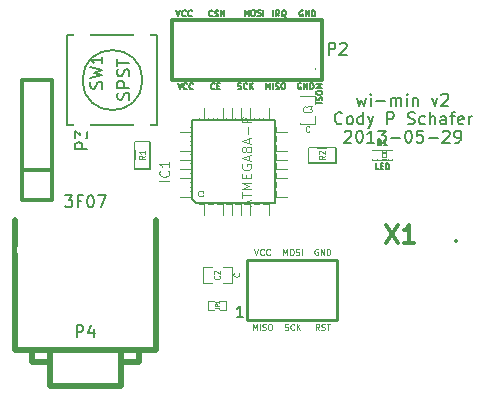
<source format=gto>
G04 (created by PCBNEW (2013-04-19 BZR 4011)-stable) date 6/9/2013 6:15:15 PM*
%MOIN*%
G04 Gerber Fmt 3.4, Leading zero omitted, Abs format*
%FSLAX34Y34*%
G01*
G70*
G90*
G04 APERTURE LIST*
%ADD10C,0.006*%
%ADD11C,0.005*%
%ADD12C,0.00787402*%
%ADD13C,0.012*%
%ADD14C,0.0026*%
%ADD15C,0.01*%
%ADD16C,0.004*%
%ADD17C,0.0047*%
%ADD18C,0.0028*%
%ADD19C,0.007*%
%ADD20C,4.72441e-006*%
%ADD21C,0.02*%
%ADD22C,0.00590551*%
%ADD23C,0.008*%
%ADD24C,0.003*%
%ADD25C,0.0045*%
%ADD26C,0.0035*%
%ADD27R,0.055X0.055*%
%ADD28C,0.055*%
%ADD29R,0.06X0.06*%
%ADD30C,0.06*%
%ADD31R,0.045X0.025*%
%ADD32R,0.025X0.045*%
%ADD33R,0.0314X0.0314*%
%ADD34R,0.099X0.04*%
%ADD35R,0.24X0.099*%
%ADD36R,0.0157X0.0236*%
%ADD37R,0.022X0.05*%
%ADD38R,0.05X0.022*%
%ADD39C,0.0314961*%
G04 APERTURE END LIST*
G54D10*
G54D11*
X76633Y-38180D02*
X76700Y-38380D01*
X76766Y-38180D01*
X76947Y-38361D02*
X76938Y-38371D01*
X76909Y-38380D01*
X76890Y-38380D01*
X76861Y-38371D01*
X76842Y-38352D01*
X76833Y-38333D01*
X76823Y-38295D01*
X76823Y-38266D01*
X76833Y-38228D01*
X76842Y-38209D01*
X76861Y-38190D01*
X76890Y-38180D01*
X76909Y-38180D01*
X76938Y-38190D01*
X76947Y-38200D01*
X77147Y-38361D02*
X77138Y-38371D01*
X77109Y-38380D01*
X77090Y-38380D01*
X77061Y-38371D01*
X77042Y-38352D01*
X77033Y-38333D01*
X77023Y-38295D01*
X77023Y-38266D01*
X77033Y-38228D01*
X77042Y-38209D01*
X77061Y-38190D01*
X77090Y-38180D01*
X77109Y-38180D01*
X77138Y-38190D01*
X77147Y-38200D01*
X80847Y-38190D02*
X80828Y-38180D01*
X80800Y-38180D01*
X80771Y-38190D01*
X80752Y-38209D01*
X80742Y-38228D01*
X80733Y-38266D01*
X80733Y-38295D01*
X80742Y-38333D01*
X80752Y-38352D01*
X80771Y-38371D01*
X80800Y-38380D01*
X80819Y-38380D01*
X80847Y-38371D01*
X80857Y-38361D01*
X80857Y-38295D01*
X80819Y-38295D01*
X80942Y-38380D02*
X80942Y-38180D01*
X81057Y-38380D01*
X81057Y-38180D01*
X81152Y-38380D02*
X81152Y-38180D01*
X81200Y-38180D01*
X81228Y-38190D01*
X81247Y-38209D01*
X81257Y-38228D01*
X81266Y-38266D01*
X81266Y-38295D01*
X81257Y-38333D01*
X81247Y-38352D01*
X81228Y-38371D01*
X81200Y-38380D01*
X81152Y-38380D01*
X79855Y-38380D02*
X79855Y-38180D01*
X80064Y-38380D02*
X79998Y-38285D01*
X79950Y-38380D02*
X79950Y-38180D01*
X80026Y-38180D01*
X80045Y-38190D01*
X80055Y-38200D01*
X80064Y-38219D01*
X80064Y-38247D01*
X80055Y-38266D01*
X80045Y-38276D01*
X80026Y-38285D01*
X79950Y-38285D01*
X80283Y-38400D02*
X80264Y-38390D01*
X80245Y-38371D01*
X80217Y-38342D01*
X80198Y-38333D01*
X80179Y-38333D01*
X80188Y-38380D02*
X80169Y-38371D01*
X80150Y-38352D01*
X80140Y-38314D01*
X80140Y-38247D01*
X80150Y-38209D01*
X80169Y-38190D01*
X80188Y-38180D01*
X80226Y-38180D01*
X80245Y-38190D01*
X80264Y-38209D01*
X80274Y-38247D01*
X80274Y-38314D01*
X80264Y-38352D01*
X80245Y-38371D01*
X80226Y-38380D01*
X80188Y-38380D01*
X78905Y-38360D02*
X78905Y-38160D01*
X78972Y-38303D01*
X79039Y-38160D01*
X79039Y-38360D01*
X79172Y-38160D02*
X79210Y-38160D01*
X79229Y-38170D01*
X79248Y-38189D01*
X79258Y-38227D01*
X79258Y-38294D01*
X79248Y-38332D01*
X79229Y-38351D01*
X79210Y-38360D01*
X79172Y-38360D01*
X79153Y-38351D01*
X79134Y-38332D01*
X79124Y-38294D01*
X79124Y-38227D01*
X79134Y-38189D01*
X79153Y-38170D01*
X79172Y-38160D01*
X79334Y-38351D02*
X79362Y-38360D01*
X79410Y-38360D01*
X79429Y-38351D01*
X79439Y-38341D01*
X79448Y-38322D01*
X79448Y-38303D01*
X79439Y-38284D01*
X79429Y-38275D01*
X79410Y-38265D01*
X79372Y-38256D01*
X79353Y-38246D01*
X79343Y-38237D01*
X79334Y-38218D01*
X79334Y-38199D01*
X79343Y-38180D01*
X79353Y-38170D01*
X79372Y-38160D01*
X79419Y-38160D01*
X79448Y-38170D01*
X79534Y-38360D02*
X79534Y-38160D01*
G54D12*
X86000Y-45875D02*
G75*
G03X86000Y-45875I-50J0D01*
G74*
G01*
G54D11*
X82646Y-41095D02*
X82722Y-41361D01*
X82799Y-41171D01*
X82875Y-41361D01*
X82951Y-41095D01*
X83103Y-41361D02*
X83103Y-41095D01*
X83103Y-40961D02*
X83084Y-40980D01*
X83103Y-41000D01*
X83122Y-40980D01*
X83103Y-40961D01*
X83103Y-41000D01*
X83294Y-41209D02*
X83599Y-41209D01*
X83789Y-41361D02*
X83789Y-41095D01*
X83789Y-41133D02*
X83808Y-41114D01*
X83846Y-41095D01*
X83903Y-41095D01*
X83941Y-41114D01*
X83960Y-41152D01*
X83960Y-41361D01*
X83960Y-41152D02*
X83980Y-41114D01*
X84018Y-41095D01*
X84075Y-41095D01*
X84113Y-41114D01*
X84132Y-41152D01*
X84132Y-41361D01*
X84322Y-41361D02*
X84322Y-41095D01*
X84322Y-40961D02*
X84303Y-40980D01*
X84322Y-41000D01*
X84341Y-40980D01*
X84322Y-40961D01*
X84322Y-41000D01*
X84513Y-41095D02*
X84513Y-41361D01*
X84513Y-41133D02*
X84532Y-41114D01*
X84570Y-41095D01*
X84627Y-41095D01*
X84665Y-41114D01*
X84684Y-41152D01*
X84684Y-41361D01*
X85141Y-41095D02*
X85237Y-41361D01*
X85332Y-41095D01*
X85465Y-41000D02*
X85484Y-40980D01*
X85522Y-40961D01*
X85618Y-40961D01*
X85656Y-40980D01*
X85675Y-41000D01*
X85694Y-41038D01*
X85694Y-41076D01*
X85675Y-41133D01*
X85446Y-41361D01*
X85694Y-41361D01*
X82151Y-41933D02*
X82132Y-41952D01*
X82075Y-41971D01*
X82037Y-41971D01*
X81980Y-41952D01*
X81941Y-41914D01*
X81922Y-41876D01*
X81903Y-41800D01*
X81903Y-41743D01*
X81922Y-41667D01*
X81941Y-41629D01*
X81980Y-41590D01*
X82037Y-41571D01*
X82075Y-41571D01*
X82132Y-41590D01*
X82151Y-41610D01*
X82380Y-41971D02*
X82341Y-41952D01*
X82322Y-41933D01*
X82303Y-41895D01*
X82303Y-41781D01*
X82322Y-41743D01*
X82341Y-41724D01*
X82380Y-41705D01*
X82437Y-41705D01*
X82475Y-41724D01*
X82494Y-41743D01*
X82513Y-41781D01*
X82513Y-41895D01*
X82494Y-41933D01*
X82475Y-41952D01*
X82437Y-41971D01*
X82380Y-41971D01*
X82856Y-41971D02*
X82856Y-41571D01*
X82856Y-41952D02*
X82818Y-41971D01*
X82741Y-41971D01*
X82703Y-41952D01*
X82684Y-41933D01*
X82665Y-41895D01*
X82665Y-41781D01*
X82684Y-41743D01*
X82703Y-41724D01*
X82741Y-41705D01*
X82818Y-41705D01*
X82856Y-41724D01*
X83008Y-41705D02*
X83103Y-41971D01*
X83199Y-41705D02*
X83103Y-41971D01*
X83065Y-42067D01*
X83046Y-42086D01*
X83008Y-42105D01*
X83656Y-41971D02*
X83656Y-41571D01*
X83808Y-41571D01*
X83846Y-41590D01*
X83865Y-41610D01*
X83884Y-41648D01*
X83884Y-41705D01*
X83865Y-41743D01*
X83846Y-41762D01*
X83808Y-41781D01*
X83656Y-41781D01*
X84341Y-41952D02*
X84399Y-41971D01*
X84494Y-41971D01*
X84532Y-41952D01*
X84551Y-41933D01*
X84570Y-41895D01*
X84570Y-41857D01*
X84551Y-41819D01*
X84532Y-41800D01*
X84494Y-41781D01*
X84418Y-41762D01*
X84380Y-41743D01*
X84360Y-41724D01*
X84341Y-41686D01*
X84341Y-41648D01*
X84360Y-41610D01*
X84380Y-41590D01*
X84418Y-41571D01*
X84513Y-41571D01*
X84570Y-41590D01*
X84913Y-41952D02*
X84875Y-41971D01*
X84799Y-41971D01*
X84760Y-41952D01*
X84741Y-41933D01*
X84722Y-41895D01*
X84722Y-41781D01*
X84741Y-41743D01*
X84760Y-41724D01*
X84799Y-41705D01*
X84875Y-41705D01*
X84913Y-41724D01*
X85084Y-41971D02*
X85084Y-41571D01*
X85256Y-41971D02*
X85256Y-41762D01*
X85237Y-41724D01*
X85199Y-41705D01*
X85141Y-41705D01*
X85103Y-41724D01*
X85084Y-41743D01*
X85618Y-41971D02*
X85618Y-41762D01*
X85599Y-41724D01*
X85560Y-41705D01*
X85484Y-41705D01*
X85446Y-41724D01*
X85618Y-41952D02*
X85580Y-41971D01*
X85484Y-41971D01*
X85446Y-41952D01*
X85427Y-41914D01*
X85427Y-41876D01*
X85446Y-41838D01*
X85484Y-41819D01*
X85580Y-41819D01*
X85618Y-41800D01*
X85751Y-41705D02*
X85903Y-41705D01*
X85808Y-41971D02*
X85808Y-41629D01*
X85827Y-41590D01*
X85865Y-41571D01*
X85903Y-41571D01*
X86189Y-41952D02*
X86151Y-41971D01*
X86075Y-41971D01*
X86037Y-41952D01*
X86018Y-41914D01*
X86018Y-41762D01*
X86037Y-41724D01*
X86075Y-41705D01*
X86151Y-41705D01*
X86189Y-41724D01*
X86208Y-41762D01*
X86208Y-41800D01*
X86018Y-41838D01*
X86380Y-41971D02*
X86380Y-41705D01*
X86380Y-41781D02*
X86399Y-41743D01*
X86418Y-41724D01*
X86456Y-41705D01*
X86494Y-41705D01*
X82237Y-42220D02*
X82256Y-42200D01*
X82294Y-42181D01*
X82389Y-42181D01*
X82427Y-42200D01*
X82446Y-42220D01*
X82465Y-42258D01*
X82465Y-42296D01*
X82446Y-42353D01*
X82218Y-42581D01*
X82465Y-42581D01*
X82713Y-42181D02*
X82751Y-42181D01*
X82789Y-42200D01*
X82808Y-42220D01*
X82827Y-42258D01*
X82846Y-42334D01*
X82846Y-42429D01*
X82827Y-42505D01*
X82808Y-42543D01*
X82789Y-42562D01*
X82751Y-42581D01*
X82713Y-42581D01*
X82675Y-42562D01*
X82656Y-42543D01*
X82637Y-42505D01*
X82618Y-42429D01*
X82618Y-42334D01*
X82637Y-42258D01*
X82656Y-42220D01*
X82675Y-42200D01*
X82713Y-42181D01*
X83227Y-42581D02*
X82999Y-42581D01*
X83113Y-42581D02*
X83113Y-42181D01*
X83075Y-42239D01*
X83037Y-42277D01*
X82999Y-42296D01*
X83360Y-42181D02*
X83608Y-42181D01*
X83475Y-42334D01*
X83532Y-42334D01*
X83570Y-42353D01*
X83589Y-42372D01*
X83608Y-42410D01*
X83608Y-42505D01*
X83589Y-42543D01*
X83570Y-42562D01*
X83532Y-42581D01*
X83418Y-42581D01*
X83380Y-42562D01*
X83360Y-42543D01*
X83780Y-42429D02*
X84084Y-42429D01*
X84351Y-42181D02*
X84389Y-42181D01*
X84427Y-42200D01*
X84446Y-42220D01*
X84465Y-42258D01*
X84484Y-42334D01*
X84484Y-42429D01*
X84465Y-42505D01*
X84446Y-42543D01*
X84427Y-42562D01*
X84389Y-42581D01*
X84351Y-42581D01*
X84313Y-42562D01*
X84294Y-42543D01*
X84275Y-42505D01*
X84256Y-42429D01*
X84256Y-42334D01*
X84275Y-42258D01*
X84294Y-42220D01*
X84313Y-42200D01*
X84351Y-42181D01*
X84846Y-42181D02*
X84656Y-42181D01*
X84637Y-42372D01*
X84656Y-42353D01*
X84694Y-42334D01*
X84789Y-42334D01*
X84827Y-42353D01*
X84846Y-42372D01*
X84865Y-42410D01*
X84865Y-42505D01*
X84846Y-42543D01*
X84827Y-42562D01*
X84789Y-42581D01*
X84694Y-42581D01*
X84656Y-42562D01*
X84637Y-42543D01*
X85037Y-42429D02*
X85341Y-42429D01*
X85513Y-42220D02*
X85532Y-42200D01*
X85570Y-42181D01*
X85665Y-42181D01*
X85703Y-42200D01*
X85722Y-42220D01*
X85741Y-42258D01*
X85741Y-42296D01*
X85722Y-42353D01*
X85494Y-42581D01*
X85741Y-42581D01*
X85932Y-42581D02*
X86008Y-42581D01*
X86046Y-42562D01*
X86065Y-42543D01*
X86103Y-42486D01*
X86122Y-42410D01*
X86122Y-42258D01*
X86103Y-42220D01*
X86084Y-42200D01*
X86046Y-42181D01*
X85970Y-42181D01*
X85932Y-42200D01*
X85913Y-42220D01*
X85894Y-42258D01*
X85894Y-42353D01*
X85913Y-42391D01*
X85932Y-42410D01*
X85970Y-42429D01*
X86046Y-42429D01*
X86084Y-42410D01*
X86103Y-42391D01*
X86122Y-42353D01*
X77841Y-38361D02*
X77832Y-38371D01*
X77803Y-38380D01*
X77784Y-38380D01*
X77756Y-38371D01*
X77737Y-38352D01*
X77727Y-38333D01*
X77718Y-38295D01*
X77718Y-38266D01*
X77727Y-38228D01*
X77737Y-38209D01*
X77756Y-38190D01*
X77784Y-38180D01*
X77803Y-38180D01*
X77832Y-38190D01*
X77841Y-38200D01*
X77918Y-38371D02*
X77946Y-38380D01*
X77994Y-38380D01*
X78013Y-38371D01*
X78022Y-38361D01*
X78032Y-38342D01*
X78032Y-38323D01*
X78022Y-38304D01*
X78013Y-38295D01*
X77994Y-38285D01*
X77956Y-38276D01*
X77937Y-38266D01*
X77927Y-38257D01*
X77918Y-38238D01*
X77918Y-38219D01*
X77927Y-38200D01*
X77937Y-38190D01*
X77956Y-38180D01*
X78003Y-38180D01*
X78032Y-38190D01*
X78118Y-38380D02*
X78118Y-38180D01*
X78232Y-38380D01*
X78232Y-38180D01*
X81289Y-40635D02*
X81489Y-40635D01*
X81346Y-40702D01*
X81489Y-40769D01*
X81289Y-40769D01*
X81489Y-40902D02*
X81489Y-40940D01*
X81479Y-40959D01*
X81460Y-40978D01*
X81422Y-40988D01*
X81355Y-40988D01*
X81317Y-40978D01*
X81298Y-40959D01*
X81289Y-40940D01*
X81289Y-40902D01*
X81298Y-40883D01*
X81317Y-40864D01*
X81355Y-40854D01*
X81422Y-40854D01*
X81460Y-40864D01*
X81479Y-40883D01*
X81489Y-40902D01*
X81298Y-41064D02*
X81289Y-41092D01*
X81289Y-41140D01*
X81298Y-41159D01*
X81308Y-41169D01*
X81327Y-41178D01*
X81346Y-41178D01*
X81365Y-41169D01*
X81374Y-41159D01*
X81384Y-41140D01*
X81393Y-41102D01*
X81403Y-41083D01*
X81412Y-41073D01*
X81431Y-41064D01*
X81450Y-41064D01*
X81470Y-41073D01*
X81479Y-41083D01*
X81489Y-41102D01*
X81489Y-41149D01*
X81479Y-41178D01*
X81289Y-41264D02*
X81489Y-41264D01*
X78204Y-39919D02*
X78204Y-40119D01*
X77995Y-39919D02*
X78061Y-40014D01*
X78109Y-39919D02*
X78109Y-40119D01*
X78033Y-40119D01*
X78014Y-40109D01*
X78004Y-40100D01*
X77995Y-40080D01*
X77995Y-40052D01*
X78004Y-40033D01*
X78014Y-40023D01*
X78033Y-40014D01*
X78109Y-40014D01*
X77776Y-39900D02*
X77795Y-39909D01*
X77814Y-39928D01*
X77842Y-39957D01*
X77861Y-39966D01*
X77880Y-39966D01*
X77871Y-39919D02*
X77890Y-39928D01*
X77909Y-39947D01*
X77919Y-39985D01*
X77919Y-40052D01*
X77909Y-40090D01*
X77890Y-40109D01*
X77871Y-40119D01*
X77833Y-40119D01*
X77814Y-40109D01*
X77795Y-40090D01*
X77785Y-40052D01*
X77785Y-39985D01*
X77795Y-39947D01*
X77814Y-39928D01*
X77833Y-39919D01*
X77871Y-39919D01*
X77152Y-40109D02*
X77171Y-40119D01*
X77200Y-40119D01*
X77228Y-40109D01*
X77247Y-40090D01*
X77257Y-40071D01*
X77266Y-40033D01*
X77266Y-40004D01*
X77257Y-39966D01*
X77247Y-39947D01*
X77228Y-39928D01*
X77200Y-39919D01*
X77180Y-39919D01*
X77152Y-39928D01*
X77142Y-39938D01*
X77142Y-40004D01*
X77180Y-40004D01*
X77057Y-39919D02*
X77057Y-40119D01*
X76942Y-39919D01*
X76942Y-40119D01*
X76847Y-39919D02*
X76847Y-40119D01*
X76800Y-40119D01*
X76771Y-40109D01*
X76752Y-40090D01*
X76742Y-40071D01*
X76733Y-40033D01*
X76733Y-40004D01*
X76742Y-39966D01*
X76752Y-39947D01*
X76771Y-39928D01*
X76800Y-39919D01*
X76847Y-39919D01*
X80787Y-40610D02*
X80768Y-40600D01*
X80740Y-40600D01*
X80711Y-40610D01*
X80692Y-40629D01*
X80682Y-40648D01*
X80673Y-40686D01*
X80673Y-40715D01*
X80682Y-40753D01*
X80692Y-40772D01*
X80711Y-40791D01*
X80740Y-40800D01*
X80759Y-40800D01*
X80787Y-40791D01*
X80797Y-40781D01*
X80797Y-40715D01*
X80759Y-40715D01*
X80882Y-40800D02*
X80882Y-40600D01*
X80997Y-40800D01*
X80997Y-40600D01*
X81092Y-40800D02*
X81092Y-40600D01*
X81140Y-40600D01*
X81168Y-40610D01*
X81187Y-40629D01*
X81197Y-40648D01*
X81206Y-40686D01*
X81206Y-40715D01*
X81197Y-40753D01*
X81187Y-40772D01*
X81168Y-40791D01*
X81140Y-40800D01*
X81092Y-40800D01*
X79625Y-40800D02*
X79625Y-40600D01*
X79692Y-40743D01*
X79759Y-40600D01*
X79759Y-40800D01*
X79854Y-40800D02*
X79854Y-40600D01*
X79940Y-40791D02*
X79968Y-40800D01*
X80016Y-40800D01*
X80035Y-40791D01*
X80044Y-40781D01*
X80054Y-40762D01*
X80054Y-40743D01*
X80044Y-40724D01*
X80035Y-40715D01*
X80016Y-40705D01*
X79978Y-40696D01*
X79959Y-40686D01*
X79949Y-40677D01*
X79940Y-40658D01*
X79940Y-40639D01*
X79949Y-40620D01*
X79959Y-40610D01*
X79978Y-40600D01*
X80025Y-40600D01*
X80054Y-40610D01*
X80178Y-40600D02*
X80216Y-40600D01*
X80235Y-40610D01*
X80254Y-40629D01*
X80263Y-40667D01*
X80263Y-40734D01*
X80254Y-40772D01*
X80235Y-40791D01*
X80216Y-40800D01*
X80178Y-40800D01*
X80159Y-40791D01*
X80140Y-40772D01*
X80130Y-40734D01*
X80130Y-40667D01*
X80140Y-40629D01*
X80159Y-40610D01*
X80178Y-40600D01*
X77911Y-40781D02*
X77901Y-40791D01*
X77873Y-40800D01*
X77854Y-40800D01*
X77825Y-40791D01*
X77806Y-40772D01*
X77797Y-40753D01*
X77787Y-40715D01*
X77787Y-40686D01*
X77797Y-40648D01*
X77806Y-40629D01*
X77825Y-40610D01*
X77854Y-40600D01*
X77873Y-40600D01*
X77901Y-40610D01*
X77911Y-40620D01*
X77997Y-40696D02*
X78063Y-40696D01*
X78092Y-40800D02*
X77997Y-40800D01*
X77997Y-40600D01*
X78092Y-40600D01*
X78682Y-40791D02*
X78711Y-40800D01*
X78759Y-40800D01*
X78778Y-40791D01*
X78787Y-40781D01*
X78797Y-40762D01*
X78797Y-40743D01*
X78787Y-40724D01*
X78778Y-40715D01*
X78759Y-40705D01*
X78720Y-40696D01*
X78701Y-40686D01*
X78692Y-40677D01*
X78682Y-40658D01*
X78682Y-40639D01*
X78692Y-40620D01*
X78701Y-40610D01*
X78720Y-40600D01*
X78768Y-40600D01*
X78797Y-40610D01*
X78997Y-40781D02*
X78987Y-40791D01*
X78959Y-40800D01*
X78940Y-40800D01*
X78911Y-40791D01*
X78892Y-40772D01*
X78882Y-40753D01*
X78873Y-40715D01*
X78873Y-40686D01*
X78882Y-40648D01*
X78892Y-40629D01*
X78911Y-40610D01*
X78940Y-40600D01*
X78959Y-40600D01*
X78987Y-40610D01*
X78997Y-40620D01*
X79082Y-40800D02*
X79082Y-40600D01*
X79197Y-40800D02*
X79111Y-40686D01*
X79197Y-40600D02*
X79082Y-40715D01*
X76673Y-40600D02*
X76740Y-40800D01*
X76806Y-40600D01*
X76987Y-40781D02*
X76978Y-40791D01*
X76949Y-40800D01*
X76930Y-40800D01*
X76901Y-40791D01*
X76882Y-40772D01*
X76873Y-40753D01*
X76863Y-40715D01*
X76863Y-40686D01*
X76873Y-40648D01*
X76882Y-40629D01*
X76901Y-40610D01*
X76930Y-40600D01*
X76949Y-40600D01*
X76978Y-40610D01*
X76987Y-40620D01*
X77187Y-40781D02*
X77178Y-40791D01*
X77149Y-40800D01*
X77130Y-40800D01*
X77101Y-40791D01*
X77082Y-40772D01*
X77073Y-40753D01*
X77063Y-40715D01*
X77063Y-40686D01*
X77073Y-40648D01*
X77082Y-40629D01*
X77101Y-40610D01*
X77130Y-40600D01*
X77149Y-40600D01*
X77178Y-40610D01*
X77187Y-40620D01*
X81266Y-40119D02*
X81200Y-39919D01*
X81133Y-40119D01*
X80952Y-39938D02*
X80961Y-39928D01*
X80990Y-39919D01*
X81009Y-39919D01*
X81038Y-39928D01*
X81057Y-39947D01*
X81066Y-39966D01*
X81076Y-40004D01*
X81076Y-40033D01*
X81066Y-40071D01*
X81057Y-40090D01*
X81038Y-40109D01*
X81009Y-40119D01*
X80990Y-40119D01*
X80961Y-40109D01*
X80952Y-40100D01*
X80752Y-39938D02*
X80761Y-39928D01*
X80790Y-39919D01*
X80809Y-39919D01*
X80838Y-39928D01*
X80857Y-39947D01*
X80866Y-39966D01*
X80876Y-40004D01*
X80876Y-40033D01*
X80866Y-40071D01*
X80857Y-40090D01*
X80838Y-40109D01*
X80809Y-40119D01*
X80790Y-40119D01*
X80761Y-40109D01*
X80752Y-40100D01*
G54D13*
X71500Y-44500D02*
X71500Y-44500D01*
X72500Y-44500D02*
X71500Y-44500D01*
X71500Y-44500D02*
X71500Y-44500D01*
X71500Y-44500D02*
X71500Y-40500D01*
X71500Y-40500D02*
X72500Y-40500D01*
X72500Y-40500D02*
X72500Y-44500D01*
X72500Y-43500D02*
X71500Y-43500D01*
X76500Y-38500D02*
X81500Y-38500D01*
X81500Y-38500D02*
X81500Y-40500D01*
X81500Y-40500D02*
X76500Y-40500D01*
X76500Y-40500D02*
X76500Y-38500D01*
G54D14*
X79400Y-47100D02*
X79600Y-47100D01*
X79600Y-47100D02*
X79600Y-46900D01*
X79400Y-46900D02*
X79600Y-46900D01*
X79400Y-47100D02*
X79400Y-46900D01*
X80400Y-47100D02*
X80600Y-47100D01*
X80600Y-47100D02*
X80600Y-46900D01*
X80400Y-46900D02*
X80600Y-46900D01*
X80400Y-47100D02*
X80400Y-46900D01*
X80400Y-48100D02*
X80600Y-48100D01*
X80600Y-48100D02*
X80600Y-47900D01*
X80400Y-47900D02*
X80600Y-47900D01*
X80400Y-48100D02*
X80400Y-47900D01*
X81400Y-47100D02*
X81600Y-47100D01*
X81600Y-47100D02*
X81600Y-46900D01*
X81400Y-46900D02*
X81600Y-46900D01*
X81400Y-47100D02*
X81400Y-46900D01*
X81400Y-48100D02*
X81600Y-48100D01*
X81600Y-48100D02*
X81600Y-47900D01*
X81400Y-47900D02*
X81600Y-47900D01*
X81400Y-48100D02*
X81400Y-47900D01*
G54D15*
X79000Y-46500D02*
X82000Y-46500D01*
X82000Y-46500D02*
X82000Y-48500D01*
X82000Y-48500D02*
X79000Y-48500D01*
X79000Y-48500D02*
X79000Y-46500D01*
G54D11*
X75750Y-42550D02*
X75750Y-43450D01*
X75750Y-43450D02*
X75250Y-43450D01*
X75250Y-43450D02*
X75250Y-42550D01*
X75250Y-42550D02*
X75750Y-42550D01*
X75500Y-40500D02*
G75*
G03X75500Y-40500I-1000J0D01*
G74*
G01*
X73000Y-42000D02*
X73000Y-39000D01*
X73000Y-39000D02*
X76000Y-39000D01*
X76000Y-39000D02*
X76000Y-42000D01*
X73000Y-42000D02*
X76000Y-42000D01*
X81050Y-42750D02*
X81950Y-42750D01*
X81950Y-42750D02*
X81950Y-43250D01*
X81950Y-43250D02*
X81050Y-43250D01*
X81050Y-43250D02*
X81050Y-42750D01*
G54D14*
X83677Y-42823D02*
X83677Y-43177D01*
X83677Y-43177D02*
X83834Y-43177D01*
X83834Y-42823D02*
X83834Y-43177D01*
X83677Y-42823D02*
X83834Y-42823D01*
X83166Y-42823D02*
X83166Y-43177D01*
X83166Y-43177D02*
X83323Y-43177D01*
X83323Y-42823D02*
X83323Y-43177D01*
X83166Y-42823D02*
X83323Y-42823D01*
X83500Y-42823D02*
X83500Y-42882D01*
X83500Y-42882D02*
X83618Y-42882D01*
X83618Y-42823D02*
X83618Y-42882D01*
X83500Y-42823D02*
X83618Y-42823D01*
X83500Y-43118D02*
X83500Y-43177D01*
X83500Y-43177D02*
X83618Y-43177D01*
X83618Y-43118D02*
X83618Y-43177D01*
X83500Y-43118D02*
X83618Y-43118D01*
X83500Y-42941D02*
X83500Y-43059D01*
X83500Y-43059D02*
X83618Y-43059D01*
X83618Y-42941D02*
X83618Y-43059D01*
X83500Y-42941D02*
X83618Y-42941D01*
G54D16*
X83677Y-42843D02*
X83323Y-42843D01*
X83677Y-43157D02*
X83323Y-43157D01*
G54D17*
X77803Y-46744D02*
X77528Y-46744D01*
X78197Y-46744D02*
X78472Y-46744D01*
X77803Y-47256D02*
X77528Y-47256D01*
X78472Y-47256D02*
X78197Y-47256D01*
X77528Y-47250D02*
X77528Y-46750D01*
X78472Y-46750D02*
X78472Y-47250D01*
X81256Y-41303D02*
X81256Y-41028D01*
X81256Y-41697D02*
X81256Y-41972D01*
X80744Y-41303D02*
X80744Y-41028D01*
X80744Y-41972D02*
X80744Y-41697D01*
X80750Y-41028D02*
X81250Y-41028D01*
X81250Y-41972D02*
X80750Y-41972D01*
G54D18*
X77900Y-47850D02*
X77700Y-47850D01*
X77700Y-47850D02*
X77700Y-48150D01*
X77700Y-48150D02*
X77900Y-48150D01*
X78100Y-47850D02*
X78300Y-47850D01*
X78300Y-47850D02*
X78300Y-48150D01*
X78300Y-48150D02*
X78100Y-48150D01*
G54D14*
X78480Y-41820D02*
X78480Y-41430D01*
X78480Y-41430D02*
X78300Y-41430D01*
X78300Y-41820D02*
X78300Y-41430D01*
X78480Y-41820D02*
X78300Y-41820D01*
X78780Y-41820D02*
X78780Y-41430D01*
X78780Y-41430D02*
X78600Y-41430D01*
X78600Y-41820D02*
X78600Y-41430D01*
X78780Y-41820D02*
X78600Y-41820D01*
X78170Y-41820D02*
X78170Y-41430D01*
X78170Y-41430D02*
X77990Y-41430D01*
X77990Y-41820D02*
X77990Y-41430D01*
X78170Y-41820D02*
X77990Y-41820D01*
X77860Y-41820D02*
X77860Y-41430D01*
X77860Y-41430D02*
X77681Y-41430D01*
X77681Y-41820D02*
X77681Y-41430D01*
X77860Y-41820D02*
X77681Y-41820D01*
X77550Y-41820D02*
X77550Y-41430D01*
X77550Y-41430D02*
X77370Y-41430D01*
X77370Y-41820D02*
X77370Y-41430D01*
X77550Y-41820D02*
X77370Y-41820D01*
X79090Y-41820D02*
X79090Y-41430D01*
X79090Y-41430D02*
X78910Y-41430D01*
X78910Y-41820D02*
X78910Y-41430D01*
X79090Y-41820D02*
X78910Y-41820D01*
X79399Y-41820D02*
X79399Y-41430D01*
X79399Y-41430D02*
X79220Y-41430D01*
X79220Y-41820D02*
X79220Y-41430D01*
X79399Y-41820D02*
X79220Y-41820D01*
X79710Y-41820D02*
X79710Y-41430D01*
X79710Y-41430D02*
X79530Y-41430D01*
X79530Y-41820D02*
X79530Y-41430D01*
X79710Y-41820D02*
X79530Y-41820D01*
X80330Y-43160D02*
X80330Y-42980D01*
X80330Y-42980D02*
X79940Y-42980D01*
X79940Y-43160D02*
X79940Y-42980D01*
X80330Y-43160D02*
X79940Y-43160D01*
X80330Y-43460D02*
X80330Y-43280D01*
X80330Y-43280D02*
X79940Y-43280D01*
X79940Y-43460D02*
X79940Y-43280D01*
X80330Y-43460D02*
X79940Y-43460D01*
X80330Y-42850D02*
X80330Y-42670D01*
X80330Y-42670D02*
X79940Y-42670D01*
X79940Y-42850D02*
X79940Y-42670D01*
X80330Y-42850D02*
X79940Y-42850D01*
X80330Y-42540D02*
X80330Y-42361D01*
X80330Y-42361D02*
X79940Y-42361D01*
X79940Y-42540D02*
X79940Y-42361D01*
X80330Y-42540D02*
X79940Y-42540D01*
X80330Y-42230D02*
X80330Y-42050D01*
X80330Y-42050D02*
X79940Y-42050D01*
X79940Y-42230D02*
X79940Y-42050D01*
X80330Y-42230D02*
X79940Y-42230D01*
X80330Y-43770D02*
X80330Y-43590D01*
X80330Y-43590D02*
X79940Y-43590D01*
X79940Y-43770D02*
X79940Y-43590D01*
X80330Y-43770D02*
X79940Y-43770D01*
X80330Y-44079D02*
X80330Y-43900D01*
X80330Y-43900D02*
X79940Y-43900D01*
X79940Y-44079D02*
X79940Y-43900D01*
X80330Y-44079D02*
X79940Y-44079D01*
X80330Y-44390D02*
X80330Y-44210D01*
X80330Y-44210D02*
X79940Y-44210D01*
X79940Y-44390D02*
X79940Y-44210D01*
X80330Y-44390D02*
X79940Y-44390D01*
X78780Y-45010D02*
X78780Y-44620D01*
X78780Y-44620D02*
X78600Y-44620D01*
X78600Y-45010D02*
X78600Y-44620D01*
X78780Y-45010D02*
X78600Y-45010D01*
X78480Y-45010D02*
X78480Y-44620D01*
X78480Y-44620D02*
X78300Y-44620D01*
X78300Y-45010D02*
X78300Y-44620D01*
X78480Y-45010D02*
X78300Y-45010D01*
X79090Y-45010D02*
X79090Y-44620D01*
X79090Y-44620D02*
X78910Y-44620D01*
X78910Y-45010D02*
X78910Y-44620D01*
X79090Y-45010D02*
X78910Y-45010D01*
X79399Y-45010D02*
X79399Y-44620D01*
X79399Y-44620D02*
X79220Y-44620D01*
X79220Y-45010D02*
X79220Y-44620D01*
X79399Y-45010D02*
X79220Y-45010D01*
X79710Y-45010D02*
X79710Y-44620D01*
X79710Y-44620D02*
X79530Y-44620D01*
X79530Y-45010D02*
X79530Y-44620D01*
X79710Y-45010D02*
X79530Y-45010D01*
X78170Y-45010D02*
X78170Y-44620D01*
X78170Y-44620D02*
X77990Y-44620D01*
X77990Y-45010D02*
X77990Y-44620D01*
X78170Y-45010D02*
X77990Y-45010D01*
X77860Y-45010D02*
X77860Y-44620D01*
X77860Y-44620D02*
X77681Y-44620D01*
X77681Y-45010D02*
X77681Y-44620D01*
X77860Y-45010D02*
X77681Y-45010D01*
X77550Y-45010D02*
X77550Y-44620D01*
X77550Y-44620D02*
X77370Y-44620D01*
X77370Y-45010D02*
X77370Y-44620D01*
X77550Y-45010D02*
X77370Y-45010D01*
X77140Y-43460D02*
X77140Y-43280D01*
X77140Y-43280D02*
X76750Y-43280D01*
X76750Y-43460D02*
X76750Y-43280D01*
X77140Y-43460D02*
X76750Y-43460D01*
X77140Y-43160D02*
X77140Y-42980D01*
X77140Y-42980D02*
X76750Y-42980D01*
X76750Y-43160D02*
X76750Y-42980D01*
X77140Y-43160D02*
X76750Y-43160D01*
X77140Y-43770D02*
X77140Y-43590D01*
X77140Y-43590D02*
X76750Y-43590D01*
X76750Y-43770D02*
X76750Y-43590D01*
X77140Y-43770D02*
X76750Y-43770D01*
X77140Y-44079D02*
X77140Y-43900D01*
X77140Y-43900D02*
X76750Y-43900D01*
X76750Y-44079D02*
X76750Y-43900D01*
X77140Y-44079D02*
X76750Y-44079D01*
X77140Y-44390D02*
X77140Y-44210D01*
X77140Y-44210D02*
X76750Y-44210D01*
X76750Y-44390D02*
X76750Y-44210D01*
X77140Y-44390D02*
X76750Y-44390D01*
X77140Y-42850D02*
X77140Y-42670D01*
X77140Y-42670D02*
X76750Y-42670D01*
X76750Y-42850D02*
X76750Y-42670D01*
X77140Y-42850D02*
X76750Y-42850D01*
X77140Y-42540D02*
X77140Y-42361D01*
X77140Y-42361D02*
X76750Y-42361D01*
X76750Y-42540D02*
X76750Y-42361D01*
X77140Y-42540D02*
X76750Y-42540D01*
X77140Y-42230D02*
X77140Y-42050D01*
X77140Y-42050D02*
X76750Y-42050D01*
X76750Y-42230D02*
X76750Y-42050D01*
X77140Y-42230D02*
X76750Y-42230D01*
G54D19*
X77161Y-41841D02*
X79919Y-41841D01*
X79919Y-41841D02*
X79919Y-44599D01*
X79919Y-44599D02*
X77300Y-44599D01*
X77161Y-44460D02*
X77161Y-41841D01*
X77161Y-44460D02*
X77300Y-44599D01*
G54D20*
X77558Y-44300D02*
G75*
G03X77558Y-44300I-98J0D01*
G74*
G01*
G54D21*
X72418Y-49893D02*
X71828Y-49893D01*
X71828Y-49893D02*
X71828Y-49500D01*
X75371Y-49893D02*
X74781Y-49893D01*
X75371Y-49893D02*
X75371Y-49500D01*
X72418Y-49500D02*
X72418Y-50681D01*
X72418Y-50681D02*
X74781Y-50681D01*
X74781Y-50681D02*
X74781Y-49500D01*
X71237Y-45169D02*
X71237Y-49500D01*
X75962Y-49500D02*
X71237Y-49500D01*
X75962Y-49500D02*
X75962Y-45169D01*
X74328Y-49500D02*
X72911Y-49500D01*
G54D22*
X73659Y-42790D02*
X73265Y-42790D01*
X73265Y-42640D01*
X73284Y-42603D01*
X73303Y-42584D01*
X73340Y-42565D01*
X73396Y-42565D01*
X73434Y-42584D01*
X73453Y-42603D01*
X73471Y-42640D01*
X73471Y-42790D01*
X73265Y-42434D02*
X73265Y-42190D01*
X73415Y-42321D01*
X73415Y-42265D01*
X73434Y-42228D01*
X73453Y-42209D01*
X73490Y-42190D01*
X73584Y-42190D01*
X73621Y-42209D01*
X73640Y-42228D01*
X73659Y-42265D01*
X73659Y-42378D01*
X73640Y-42415D01*
X73621Y-42434D01*
G54D23*
X81704Y-39661D02*
X81704Y-39261D01*
X81857Y-39261D01*
X81895Y-39280D01*
X81914Y-39300D01*
X81933Y-39338D01*
X81933Y-39395D01*
X81914Y-39433D01*
X81895Y-39452D01*
X81857Y-39471D01*
X81704Y-39471D01*
X82085Y-39300D02*
X82104Y-39280D01*
X82142Y-39261D01*
X82238Y-39261D01*
X82276Y-39280D01*
X82295Y-39300D01*
X82314Y-39338D01*
X82314Y-39376D01*
X82295Y-39433D01*
X82066Y-39661D01*
X82314Y-39661D01*
G54D22*
X78862Y-48409D02*
X78637Y-48409D01*
X78750Y-48409D02*
X78750Y-48015D01*
X78712Y-48071D01*
X78675Y-48109D01*
X78637Y-48128D01*
G54D24*
X79185Y-48830D02*
X79185Y-48630D01*
X79252Y-48773D01*
X79319Y-48630D01*
X79319Y-48830D01*
X79414Y-48830D02*
X79414Y-48630D01*
X79500Y-48821D02*
X79528Y-48830D01*
X79576Y-48830D01*
X79595Y-48821D01*
X79604Y-48811D01*
X79614Y-48792D01*
X79614Y-48773D01*
X79604Y-48754D01*
X79595Y-48745D01*
X79576Y-48735D01*
X79538Y-48726D01*
X79519Y-48716D01*
X79509Y-48707D01*
X79500Y-48688D01*
X79500Y-48669D01*
X79509Y-48650D01*
X79519Y-48640D01*
X79538Y-48630D01*
X79585Y-48630D01*
X79614Y-48640D01*
X79738Y-48630D02*
X79776Y-48630D01*
X79795Y-48640D01*
X79814Y-48659D01*
X79823Y-48697D01*
X79823Y-48764D01*
X79814Y-48802D01*
X79795Y-48821D01*
X79776Y-48830D01*
X79738Y-48830D01*
X79719Y-48821D01*
X79700Y-48802D01*
X79690Y-48764D01*
X79690Y-48697D01*
X79700Y-48659D01*
X79719Y-48640D01*
X79738Y-48630D01*
X80242Y-48821D02*
X80271Y-48830D01*
X80319Y-48830D01*
X80338Y-48821D01*
X80347Y-48811D01*
X80357Y-48792D01*
X80357Y-48773D01*
X80347Y-48754D01*
X80338Y-48745D01*
X80319Y-48735D01*
X80280Y-48726D01*
X80261Y-48716D01*
X80252Y-48707D01*
X80242Y-48688D01*
X80242Y-48669D01*
X80252Y-48650D01*
X80261Y-48640D01*
X80280Y-48630D01*
X80328Y-48630D01*
X80357Y-48640D01*
X80557Y-48811D02*
X80547Y-48821D01*
X80519Y-48830D01*
X80500Y-48830D01*
X80471Y-48821D01*
X80452Y-48802D01*
X80442Y-48783D01*
X80433Y-48745D01*
X80433Y-48716D01*
X80442Y-48678D01*
X80452Y-48659D01*
X80471Y-48640D01*
X80500Y-48630D01*
X80519Y-48630D01*
X80547Y-48640D01*
X80557Y-48650D01*
X80642Y-48830D02*
X80642Y-48630D01*
X80757Y-48830D02*
X80671Y-48716D01*
X80757Y-48630D02*
X80642Y-48745D01*
X81390Y-48830D02*
X81323Y-48735D01*
X81276Y-48830D02*
X81276Y-48630D01*
X81352Y-48630D01*
X81371Y-48640D01*
X81380Y-48650D01*
X81390Y-48669D01*
X81390Y-48697D01*
X81380Y-48716D01*
X81371Y-48726D01*
X81352Y-48735D01*
X81276Y-48735D01*
X81466Y-48821D02*
X81495Y-48830D01*
X81542Y-48830D01*
X81561Y-48821D01*
X81571Y-48811D01*
X81580Y-48792D01*
X81580Y-48773D01*
X81571Y-48754D01*
X81561Y-48745D01*
X81542Y-48735D01*
X81504Y-48726D01*
X81485Y-48716D01*
X81476Y-48707D01*
X81466Y-48688D01*
X81466Y-48669D01*
X81476Y-48650D01*
X81485Y-48640D01*
X81504Y-48630D01*
X81552Y-48630D01*
X81580Y-48640D01*
X81638Y-48630D02*
X81752Y-48630D01*
X81695Y-48830D02*
X81695Y-48630D01*
X79233Y-46130D02*
X79300Y-46330D01*
X79366Y-46130D01*
X79547Y-46311D02*
X79538Y-46321D01*
X79509Y-46330D01*
X79490Y-46330D01*
X79461Y-46321D01*
X79442Y-46302D01*
X79433Y-46283D01*
X79423Y-46245D01*
X79423Y-46216D01*
X79433Y-46178D01*
X79442Y-46159D01*
X79461Y-46140D01*
X79490Y-46130D01*
X79509Y-46130D01*
X79538Y-46140D01*
X79547Y-46150D01*
X79747Y-46311D02*
X79738Y-46321D01*
X79709Y-46330D01*
X79690Y-46330D01*
X79661Y-46321D01*
X79642Y-46302D01*
X79633Y-46283D01*
X79623Y-46245D01*
X79623Y-46216D01*
X79633Y-46178D01*
X79642Y-46159D01*
X79661Y-46140D01*
X79690Y-46130D01*
X79709Y-46130D01*
X79738Y-46140D01*
X79747Y-46150D01*
X80185Y-46330D02*
X80185Y-46130D01*
X80252Y-46273D01*
X80319Y-46130D01*
X80319Y-46330D01*
X80452Y-46130D02*
X80490Y-46130D01*
X80509Y-46140D01*
X80528Y-46159D01*
X80538Y-46197D01*
X80538Y-46264D01*
X80528Y-46302D01*
X80509Y-46321D01*
X80490Y-46330D01*
X80452Y-46330D01*
X80433Y-46321D01*
X80414Y-46302D01*
X80404Y-46264D01*
X80404Y-46197D01*
X80414Y-46159D01*
X80433Y-46140D01*
X80452Y-46130D01*
X80614Y-46321D02*
X80642Y-46330D01*
X80690Y-46330D01*
X80709Y-46321D01*
X80719Y-46311D01*
X80728Y-46292D01*
X80728Y-46273D01*
X80719Y-46254D01*
X80709Y-46245D01*
X80690Y-46235D01*
X80652Y-46226D01*
X80633Y-46216D01*
X80623Y-46207D01*
X80614Y-46188D01*
X80614Y-46169D01*
X80623Y-46150D01*
X80633Y-46140D01*
X80652Y-46130D01*
X80699Y-46130D01*
X80728Y-46140D01*
X80814Y-46330D02*
X80814Y-46130D01*
X81347Y-46140D02*
X81328Y-46130D01*
X81300Y-46130D01*
X81271Y-46140D01*
X81252Y-46159D01*
X81242Y-46178D01*
X81233Y-46216D01*
X81233Y-46245D01*
X81242Y-46283D01*
X81252Y-46302D01*
X81271Y-46321D01*
X81300Y-46330D01*
X81319Y-46330D01*
X81347Y-46321D01*
X81357Y-46311D01*
X81357Y-46245D01*
X81319Y-46245D01*
X81442Y-46330D02*
X81442Y-46130D01*
X81557Y-46330D01*
X81557Y-46130D01*
X81652Y-46330D02*
X81652Y-46130D01*
X81700Y-46130D01*
X81728Y-46140D01*
X81747Y-46159D01*
X81757Y-46178D01*
X81766Y-46216D01*
X81766Y-46245D01*
X81757Y-46283D01*
X81747Y-46302D01*
X81728Y-46321D01*
X81700Y-46330D01*
X81652Y-46330D01*
G54D25*
X75580Y-43030D02*
X75485Y-43090D01*
X75580Y-43132D02*
X75380Y-43132D01*
X75380Y-43064D01*
X75390Y-43047D01*
X75400Y-43038D01*
X75419Y-43030D01*
X75447Y-43030D01*
X75466Y-43038D01*
X75476Y-43047D01*
X75485Y-43064D01*
X75485Y-43132D01*
X75580Y-42858D02*
X75580Y-42961D01*
X75580Y-42910D02*
X75380Y-42910D01*
X75409Y-42927D01*
X75428Y-42944D01*
X75438Y-42961D01*
G54D23*
X74142Y-40783D02*
X74161Y-40726D01*
X74161Y-40630D01*
X74142Y-40592D01*
X74123Y-40573D01*
X74085Y-40554D01*
X74047Y-40554D01*
X74009Y-40573D01*
X73990Y-40592D01*
X73971Y-40630D01*
X73952Y-40707D01*
X73933Y-40745D01*
X73914Y-40764D01*
X73876Y-40783D01*
X73838Y-40783D01*
X73800Y-40764D01*
X73780Y-40745D01*
X73761Y-40707D01*
X73761Y-40611D01*
X73780Y-40554D01*
X73761Y-40421D02*
X74161Y-40326D01*
X73876Y-40250D01*
X74161Y-40173D01*
X73761Y-40078D01*
X74161Y-39716D02*
X74161Y-39945D01*
X74161Y-39830D02*
X73761Y-39830D01*
X73819Y-39869D01*
X73857Y-39907D01*
X73876Y-39945D01*
X75042Y-41157D02*
X75061Y-41099D01*
X75061Y-41004D01*
X75042Y-40966D01*
X75023Y-40947D01*
X74985Y-40928D01*
X74947Y-40928D01*
X74909Y-40947D01*
X74890Y-40966D01*
X74871Y-41004D01*
X74852Y-41080D01*
X74833Y-41119D01*
X74814Y-41138D01*
X74776Y-41157D01*
X74738Y-41157D01*
X74700Y-41138D01*
X74680Y-41119D01*
X74661Y-41080D01*
X74661Y-40985D01*
X74680Y-40928D01*
X75061Y-40757D02*
X74661Y-40757D01*
X74661Y-40604D01*
X74680Y-40566D01*
X74700Y-40547D01*
X74738Y-40528D01*
X74795Y-40528D01*
X74833Y-40547D01*
X74852Y-40566D01*
X74871Y-40604D01*
X74871Y-40757D01*
X75042Y-40376D02*
X75061Y-40319D01*
X75061Y-40223D01*
X75042Y-40185D01*
X75023Y-40166D01*
X74985Y-40147D01*
X74947Y-40147D01*
X74909Y-40166D01*
X74890Y-40185D01*
X74871Y-40223D01*
X74852Y-40299D01*
X74833Y-40338D01*
X74814Y-40357D01*
X74776Y-40376D01*
X74738Y-40376D01*
X74700Y-40357D01*
X74680Y-40338D01*
X74661Y-40299D01*
X74661Y-40204D01*
X74680Y-40147D01*
X74661Y-40033D02*
X74661Y-39804D01*
X75061Y-39919D02*
X74661Y-39919D01*
G54D25*
X81580Y-43030D02*
X81485Y-43090D01*
X81580Y-43132D02*
X81380Y-43132D01*
X81380Y-43064D01*
X81390Y-43047D01*
X81400Y-43038D01*
X81419Y-43030D01*
X81447Y-43030D01*
X81466Y-43038D01*
X81476Y-43047D01*
X81485Y-43064D01*
X81485Y-43132D01*
X81400Y-42961D02*
X81390Y-42952D01*
X81380Y-42935D01*
X81380Y-42892D01*
X81390Y-42875D01*
X81400Y-42867D01*
X81419Y-42858D01*
X81438Y-42858D01*
X81466Y-42867D01*
X81580Y-42970D01*
X81580Y-42858D01*
G54D11*
X83352Y-42680D02*
X83352Y-42480D01*
X83400Y-42480D01*
X83428Y-42490D01*
X83447Y-42509D01*
X83457Y-42528D01*
X83466Y-42566D01*
X83466Y-42595D01*
X83457Y-42633D01*
X83447Y-42652D01*
X83428Y-42671D01*
X83400Y-42680D01*
X83352Y-42680D01*
X83657Y-42680D02*
X83542Y-42680D01*
X83600Y-42680D02*
X83600Y-42480D01*
X83580Y-42509D01*
X83561Y-42528D01*
X83542Y-42538D01*
X83371Y-43480D02*
X83276Y-43480D01*
X83276Y-43280D01*
X83438Y-43376D02*
X83504Y-43376D01*
X83533Y-43480D02*
X83438Y-43480D01*
X83438Y-43280D01*
X83533Y-43280D01*
X83619Y-43480D02*
X83619Y-43280D01*
X83666Y-43280D01*
X83695Y-43290D01*
X83714Y-43309D01*
X83723Y-43328D01*
X83733Y-43366D01*
X83733Y-43395D01*
X83723Y-43433D01*
X83714Y-43452D01*
X83695Y-43471D01*
X83666Y-43480D01*
X83619Y-43480D01*
G54D13*
X83614Y-45342D02*
X84014Y-45942D01*
X84014Y-45342D02*
X83614Y-45942D01*
X84557Y-45942D02*
X84214Y-45942D01*
X84385Y-45942D02*
X84385Y-45342D01*
X84328Y-45428D01*
X84271Y-45485D01*
X84214Y-45514D01*
G54D25*
X78061Y-47030D02*
X78071Y-47038D01*
X78080Y-47064D01*
X78080Y-47081D01*
X78071Y-47107D01*
X78052Y-47124D01*
X78033Y-47132D01*
X77995Y-47141D01*
X77966Y-47141D01*
X77928Y-47132D01*
X77909Y-47124D01*
X77890Y-47107D01*
X77880Y-47081D01*
X77880Y-47064D01*
X77890Y-47038D01*
X77900Y-47030D01*
X77900Y-46961D02*
X77890Y-46952D01*
X77880Y-46935D01*
X77880Y-46892D01*
X77890Y-46875D01*
X77900Y-46867D01*
X77919Y-46858D01*
X77938Y-46858D01*
X77966Y-46867D01*
X78080Y-46970D01*
X78080Y-46858D01*
X78711Y-46944D02*
X78721Y-46952D01*
X78730Y-46978D01*
X78730Y-46995D01*
X78721Y-47021D01*
X78702Y-47038D01*
X78683Y-47047D01*
X78645Y-47055D01*
X78616Y-47055D01*
X78578Y-47047D01*
X78559Y-47038D01*
X78540Y-47021D01*
X78530Y-46995D01*
X78530Y-46978D01*
X78540Y-46952D01*
X78550Y-46944D01*
X80970Y-41561D02*
X80961Y-41571D01*
X80935Y-41580D01*
X80918Y-41580D01*
X80892Y-41571D01*
X80875Y-41552D01*
X80867Y-41533D01*
X80858Y-41495D01*
X80858Y-41466D01*
X80867Y-41428D01*
X80875Y-41409D01*
X80892Y-41390D01*
X80918Y-41380D01*
X80935Y-41380D01*
X80961Y-41390D01*
X80970Y-41400D01*
X81030Y-41380D02*
X81141Y-41380D01*
X81081Y-41457D01*
X81107Y-41457D01*
X81124Y-41466D01*
X81132Y-41476D01*
X81141Y-41495D01*
X81141Y-41542D01*
X81132Y-41561D01*
X81124Y-41571D01*
X81107Y-41580D01*
X81055Y-41580D01*
X81038Y-41571D01*
X81030Y-41561D01*
X81055Y-42211D02*
X81047Y-42221D01*
X81021Y-42230D01*
X81004Y-42230D01*
X80978Y-42221D01*
X80961Y-42202D01*
X80952Y-42183D01*
X80944Y-42145D01*
X80944Y-42116D01*
X80952Y-42078D01*
X80961Y-42059D01*
X80978Y-42040D01*
X81004Y-42030D01*
X81021Y-42030D01*
X81047Y-42040D01*
X81055Y-42050D01*
G54D18*
X77917Y-48100D02*
X78016Y-48100D01*
X78036Y-48105D01*
X78049Y-48117D01*
X78055Y-48134D01*
X78055Y-48145D01*
X78055Y-48042D02*
X77917Y-48042D01*
X77917Y-47997D01*
X77924Y-47985D01*
X77931Y-47979D01*
X77944Y-47974D01*
X77963Y-47974D01*
X77977Y-47979D01*
X77983Y-47985D01*
X77990Y-47997D01*
X77990Y-48042D01*
X78055Y-47859D02*
X78055Y-47928D01*
X78055Y-47894D02*
X77917Y-47894D01*
X77937Y-47905D01*
X77950Y-47917D01*
X77957Y-47928D01*
G54D26*
X76384Y-43857D02*
X76064Y-43857D01*
X76354Y-43522D02*
X76369Y-43537D01*
X76384Y-43583D01*
X76384Y-43613D01*
X76369Y-43659D01*
X76338Y-43689D01*
X76308Y-43704D01*
X76247Y-43720D01*
X76201Y-43720D01*
X76140Y-43704D01*
X76110Y-43689D01*
X76079Y-43659D01*
X76064Y-43613D01*
X76064Y-43583D01*
X76079Y-43537D01*
X76095Y-43522D01*
X76384Y-43217D02*
X76384Y-43400D01*
X76384Y-43308D02*
X76064Y-43308D01*
X76110Y-43339D01*
X76140Y-43369D01*
X76155Y-43400D01*
X79043Y-44670D02*
X79043Y-44518D01*
X79134Y-44700D02*
X78814Y-44594D01*
X79134Y-44487D01*
X78814Y-44426D02*
X78814Y-44243D01*
X79134Y-44335D02*
X78814Y-44335D01*
X79134Y-44137D02*
X78814Y-44137D01*
X79043Y-44030D01*
X78814Y-43923D01*
X79134Y-43923D01*
X78966Y-43771D02*
X78966Y-43664D01*
X79134Y-43619D02*
X79134Y-43771D01*
X78814Y-43771D01*
X78814Y-43619D01*
X78829Y-43314D02*
X78814Y-43344D01*
X78814Y-43390D01*
X78829Y-43436D01*
X78860Y-43466D01*
X78890Y-43481D01*
X78951Y-43497D01*
X78997Y-43497D01*
X79058Y-43481D01*
X79088Y-43466D01*
X79119Y-43436D01*
X79134Y-43390D01*
X79134Y-43360D01*
X79119Y-43314D01*
X79104Y-43299D01*
X78997Y-43299D01*
X78997Y-43360D01*
X79043Y-43177D02*
X79043Y-43024D01*
X79134Y-43207D02*
X78814Y-43100D01*
X79134Y-42994D01*
X78951Y-42841D02*
X78936Y-42872D01*
X78921Y-42887D01*
X78890Y-42902D01*
X78875Y-42902D01*
X78845Y-42887D01*
X78829Y-42872D01*
X78814Y-42841D01*
X78814Y-42780D01*
X78829Y-42750D01*
X78845Y-42735D01*
X78875Y-42720D01*
X78890Y-42720D01*
X78921Y-42735D01*
X78936Y-42750D01*
X78951Y-42780D01*
X78951Y-42841D01*
X78966Y-42872D01*
X78982Y-42887D01*
X79012Y-42902D01*
X79073Y-42902D01*
X79104Y-42887D01*
X79119Y-42872D01*
X79134Y-42841D01*
X79134Y-42780D01*
X79119Y-42750D01*
X79104Y-42735D01*
X79073Y-42720D01*
X79012Y-42720D01*
X78982Y-42735D01*
X78966Y-42750D01*
X78951Y-42780D01*
X79043Y-42598D02*
X79043Y-42445D01*
X79134Y-42628D02*
X78814Y-42521D01*
X79134Y-42415D01*
X79012Y-42308D02*
X79012Y-42064D01*
X79134Y-41912D02*
X78814Y-41912D01*
X78814Y-41790D01*
X78829Y-41760D01*
X78845Y-41744D01*
X78875Y-41729D01*
X78921Y-41729D01*
X78951Y-41744D01*
X78966Y-41760D01*
X78982Y-41790D01*
X78982Y-41912D01*
G54D22*
X73309Y-49068D02*
X73309Y-48675D01*
X73459Y-48675D01*
X73496Y-48693D01*
X73515Y-48712D01*
X73534Y-48750D01*
X73534Y-48806D01*
X73515Y-48843D01*
X73496Y-48862D01*
X73459Y-48881D01*
X73309Y-48881D01*
X73871Y-48806D02*
X73871Y-49068D01*
X73778Y-48656D02*
X73684Y-48937D01*
X73928Y-48937D01*
X72925Y-44344D02*
X73168Y-44344D01*
X73037Y-44494D01*
X73093Y-44494D01*
X73131Y-44513D01*
X73150Y-44531D01*
X73168Y-44569D01*
X73168Y-44663D01*
X73150Y-44700D01*
X73131Y-44719D01*
X73093Y-44738D01*
X72981Y-44738D01*
X72943Y-44719D01*
X72925Y-44700D01*
X73468Y-44531D02*
X73337Y-44531D01*
X73337Y-44738D02*
X73337Y-44344D01*
X73525Y-44344D01*
X73749Y-44344D02*
X73787Y-44344D01*
X73824Y-44363D01*
X73843Y-44381D01*
X73862Y-44419D01*
X73881Y-44494D01*
X73881Y-44588D01*
X73862Y-44663D01*
X73843Y-44700D01*
X73824Y-44719D01*
X73787Y-44738D01*
X73749Y-44738D01*
X73712Y-44719D01*
X73693Y-44700D01*
X73674Y-44663D01*
X73656Y-44588D01*
X73656Y-44494D01*
X73674Y-44419D01*
X73693Y-44381D01*
X73712Y-44363D01*
X73749Y-44344D01*
X74012Y-44344D02*
X74274Y-44344D01*
X74106Y-44738D01*
%LPC*%
G54D27*
X72000Y-44000D03*
G54D28*
X72000Y-43000D03*
X72000Y-42000D03*
X72000Y-41000D03*
G54D29*
X77000Y-40000D03*
G54D30*
X77000Y-39000D03*
X78000Y-40000D03*
X78000Y-39000D03*
X79000Y-40000D03*
X79000Y-39000D03*
X80000Y-40000D03*
X80000Y-39000D03*
X81000Y-40000D03*
X81000Y-39000D03*
G54D29*
X79500Y-48000D03*
G54D30*
X79500Y-47000D03*
X80500Y-48000D03*
X80500Y-47000D03*
X81500Y-48000D03*
X81500Y-47000D03*
G54D31*
X75500Y-42700D03*
X75500Y-43300D03*
G54D28*
X73500Y-39000D03*
X75500Y-39000D03*
X73500Y-42000D03*
X75500Y-42000D03*
G54D32*
X81200Y-43000D03*
X81800Y-43000D03*
G54D33*
X83205Y-43000D03*
X83795Y-43000D03*
G54D34*
X81505Y-44000D03*
X81505Y-45000D03*
G54D35*
X84090Y-44500D03*
G54D32*
X78300Y-47000D03*
X77700Y-47000D03*
G54D31*
X81000Y-41800D03*
X81000Y-41200D03*
G54D30*
X84960Y-39672D03*
X84960Y-47664D03*
G54D36*
X77823Y-48000D03*
X78177Y-48000D03*
G54D37*
X77460Y-44910D03*
X77770Y-44910D03*
X78080Y-44910D03*
X78390Y-44910D03*
X78690Y-44910D03*
X79000Y-44910D03*
X79310Y-44910D03*
X79620Y-44910D03*
G54D38*
X80230Y-44300D03*
X80230Y-43990D03*
X80230Y-43680D03*
X80230Y-43370D03*
X80230Y-43070D03*
X80230Y-42760D03*
X80230Y-42450D03*
X80230Y-42140D03*
G54D37*
X79620Y-41530D03*
X79310Y-41530D03*
X79000Y-41530D03*
X78690Y-41530D03*
X78390Y-41530D03*
X78080Y-41530D03*
X77770Y-41530D03*
X77460Y-41530D03*
G54D38*
X76850Y-42140D03*
X76850Y-42450D03*
X76850Y-42760D03*
X76850Y-43070D03*
X76850Y-43370D03*
X76850Y-43680D03*
X76850Y-43990D03*
X76850Y-44300D03*
G54D30*
X71631Y-46153D03*
X72615Y-46153D03*
X74584Y-46153D03*
X75568Y-46153D03*
X73600Y-48122D03*
G54D39*
X71631Y-48122D03*
X75568Y-48122D03*
X75568Y-49106D03*
X71631Y-49106D03*
X73600Y-46153D03*
M02*

</source>
